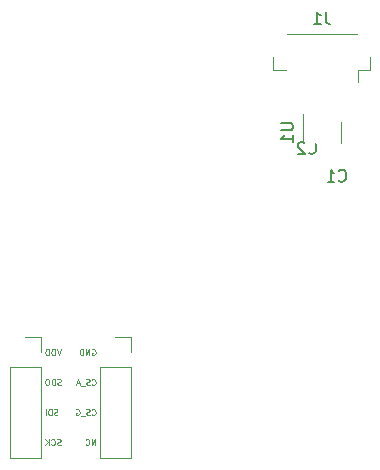
<source format=gbo>
G04 #@! TF.GenerationSoftware,KiCad,Pcbnew,(5.1.4)-1*
G04 #@! TF.CreationDate,2021-07-20T22:26:21+09:00*
G04 #@! TF.ProjectId,UAV2021_ver3_panelizing,55415632-3032-4315-9f76-6572335f7061,rev?*
G04 #@! TF.SameCoordinates,Original*
G04 #@! TF.FileFunction,Legend,Bot*
G04 #@! TF.FilePolarity,Positive*
%FSLAX46Y46*%
G04 Gerber Fmt 4.6, Leading zero omitted, Abs format (unit mm)*
G04 Created by KiCad (PCBNEW (5.1.4)-1) date 2021-07-20 22:26:21*
%MOMM*%
%LPD*%
G04 APERTURE LIST*
%ADD10C,0.100000*%
%ADD11C,0.120000*%
%ADD12C,0.150000*%
%ADD13C,4.502000*%
%ADD14C,0.802000*%
%ADD15R,0.752000X1.162000*%
%ADD16O,1.802000X1.802000*%
%ADD17R,1.802000X1.802000*%
%ADD18C,0.702000*%
%ADD19C,1.302000*%
%ADD20C,0.692000*%
G04 APERTURE END LIST*
D10*
X-19463761Y-1028571D02*
X-19439952Y-1052380D01*
X-19368523Y-1076190D01*
X-19320904Y-1076190D01*
X-19249476Y-1052380D01*
X-19201857Y-1004761D01*
X-19178047Y-957142D01*
X-19154238Y-861904D01*
X-19154238Y-790476D01*
X-19178047Y-695238D01*
X-19201857Y-647619D01*
X-19249476Y-600000D01*
X-19320904Y-576190D01*
X-19368523Y-576190D01*
X-19439952Y-600000D01*
X-19463761Y-623809D01*
X-19654238Y-1052380D02*
X-19725666Y-1076190D01*
X-19844714Y-1076190D01*
X-19892333Y-1052380D01*
X-19916142Y-1028571D01*
X-19939952Y-980952D01*
X-19939952Y-933333D01*
X-19916142Y-885714D01*
X-19892333Y-861904D01*
X-19844714Y-838095D01*
X-19749476Y-814285D01*
X-19701857Y-790476D01*
X-19678047Y-766666D01*
X-19654238Y-719047D01*
X-19654238Y-671428D01*
X-19678047Y-623809D01*
X-19701857Y-600000D01*
X-19749476Y-576190D01*
X-19868523Y-576190D01*
X-19939952Y-600000D01*
X-20035190Y-1123809D02*
X-20416142Y-1123809D01*
X-20797095Y-600000D02*
X-20749476Y-576190D01*
X-20678047Y-576190D01*
X-20606619Y-600000D01*
X-20559000Y-647619D01*
X-20535190Y-695238D01*
X-20511380Y-790476D01*
X-20511380Y-861904D01*
X-20535190Y-957142D01*
X-20559000Y-1004761D01*
X-20606619Y-1052380D01*
X-20678047Y-1076190D01*
X-20725666Y-1076190D01*
X-20797095Y-1052380D01*
X-20820904Y-1028571D01*
X-20820904Y-861904D01*
X-20725666Y-861904D01*
X-19463761Y1511428D02*
X-19439952Y1487619D01*
X-19368523Y1463809D01*
X-19320904Y1463809D01*
X-19249476Y1487619D01*
X-19201857Y1535238D01*
X-19178047Y1582857D01*
X-19154238Y1678095D01*
X-19154238Y1749523D01*
X-19178047Y1844761D01*
X-19201857Y1892380D01*
X-19249476Y1940000D01*
X-19320904Y1963809D01*
X-19368523Y1963809D01*
X-19439952Y1940000D01*
X-19463761Y1916190D01*
X-19654238Y1487619D02*
X-19725666Y1463809D01*
X-19844714Y1463809D01*
X-19892333Y1487619D01*
X-19916142Y1511428D01*
X-19939952Y1559047D01*
X-19939952Y1606666D01*
X-19916142Y1654285D01*
X-19892333Y1678095D01*
X-19844714Y1701904D01*
X-19749476Y1725714D01*
X-19701857Y1749523D01*
X-19678047Y1773333D01*
X-19654238Y1820952D01*
X-19654238Y1868571D01*
X-19678047Y1916190D01*
X-19701857Y1940000D01*
X-19749476Y1963809D01*
X-19868523Y1963809D01*
X-19939952Y1940000D01*
X-20035190Y1416190D02*
X-20416142Y1416190D01*
X-20511380Y1606666D02*
X-20749476Y1606666D01*
X-20463761Y1463809D02*
X-20630428Y1963809D01*
X-20797095Y1463809D01*
X-22096238Y1487619D02*
X-22167666Y1463809D01*
X-22286714Y1463809D01*
X-22334333Y1487619D01*
X-22358142Y1511428D01*
X-22381952Y1559047D01*
X-22381952Y1606666D01*
X-22358142Y1654285D01*
X-22334333Y1678095D01*
X-22286714Y1701904D01*
X-22191476Y1725714D01*
X-22143857Y1749523D01*
X-22120047Y1773333D01*
X-22096238Y1820952D01*
X-22096238Y1868571D01*
X-22120047Y1916190D01*
X-22143857Y1940000D01*
X-22191476Y1963809D01*
X-22310523Y1963809D01*
X-22381952Y1940000D01*
X-22596238Y1463809D02*
X-22596238Y1963809D01*
X-22715285Y1963809D01*
X-22786714Y1940000D01*
X-22834333Y1892380D01*
X-22858142Y1844761D01*
X-22881952Y1749523D01*
X-22881952Y1678095D01*
X-22858142Y1582857D01*
X-22834333Y1535238D01*
X-22786714Y1487619D01*
X-22715285Y1463809D01*
X-22596238Y1463809D01*
X-23191476Y1963809D02*
X-23286714Y1963809D01*
X-23334333Y1940000D01*
X-23381952Y1892380D01*
X-23405761Y1797142D01*
X-23405761Y1630476D01*
X-23381952Y1535238D01*
X-23334333Y1487619D01*
X-23286714Y1463809D01*
X-23191476Y1463809D01*
X-23143857Y1487619D01*
X-23096238Y1535238D01*
X-23072428Y1630476D01*
X-23072428Y1797142D01*
X-23096238Y1892380D01*
X-23143857Y1940000D01*
X-23191476Y1963809D01*
X-22120047Y-3592380D02*
X-22191476Y-3616190D01*
X-22310523Y-3616190D01*
X-22358142Y-3592380D01*
X-22381952Y-3568571D01*
X-22405761Y-3520952D01*
X-22405761Y-3473333D01*
X-22381952Y-3425714D01*
X-22358142Y-3401904D01*
X-22310523Y-3378095D01*
X-22215285Y-3354285D01*
X-22167666Y-3330476D01*
X-22143857Y-3306666D01*
X-22120047Y-3259047D01*
X-22120047Y-3211428D01*
X-22143857Y-3163809D01*
X-22167666Y-3140000D01*
X-22215285Y-3116190D01*
X-22334333Y-3116190D01*
X-22405761Y-3140000D01*
X-22905761Y-3568571D02*
X-22881952Y-3592380D01*
X-22810523Y-3616190D01*
X-22762904Y-3616190D01*
X-22691476Y-3592380D01*
X-22643857Y-3544761D01*
X-22620047Y-3497142D01*
X-22596238Y-3401904D01*
X-22596238Y-3330476D01*
X-22620047Y-3235238D01*
X-22643857Y-3187619D01*
X-22691476Y-3140000D01*
X-22762904Y-3116190D01*
X-22810523Y-3116190D01*
X-22881952Y-3140000D01*
X-22905761Y-3163809D01*
X-23120047Y-3616190D02*
X-23120047Y-3116190D01*
X-23405761Y-3616190D02*
X-23191476Y-3330476D01*
X-23405761Y-3116190D02*
X-23120047Y-3401904D01*
X-22381952Y-1052380D02*
X-22453380Y-1076190D01*
X-22572428Y-1076190D01*
X-22620047Y-1052380D01*
X-22643857Y-1028571D01*
X-22667666Y-980952D01*
X-22667666Y-933333D01*
X-22643857Y-885714D01*
X-22620047Y-861904D01*
X-22572428Y-838095D01*
X-22477190Y-814285D01*
X-22429571Y-790476D01*
X-22405761Y-766666D01*
X-22381952Y-719047D01*
X-22381952Y-671428D01*
X-22405761Y-623809D01*
X-22429571Y-600000D01*
X-22477190Y-576190D01*
X-22596238Y-576190D01*
X-22667666Y-600000D01*
X-22881952Y-1076190D02*
X-22881952Y-576190D01*
X-23001000Y-576190D01*
X-23072428Y-600000D01*
X-23120047Y-647619D01*
X-23143857Y-695238D01*
X-23167666Y-790476D01*
X-23167666Y-861904D01*
X-23143857Y-957142D01*
X-23120047Y-1004761D01*
X-23072428Y-1052380D01*
X-23001000Y-1076190D01*
X-22881952Y-1076190D01*
X-23381952Y-1076190D02*
X-23381952Y-576190D01*
X-19178047Y-3616190D02*
X-19178047Y-3116190D01*
X-19463761Y-3616190D01*
X-19463761Y-3116190D01*
X-19987571Y-3568571D02*
X-19963761Y-3592380D01*
X-19892333Y-3616190D01*
X-19844714Y-3616190D01*
X-19773285Y-3592380D01*
X-19725666Y-3544761D01*
X-19701857Y-3497142D01*
X-19678047Y-3401904D01*
X-19678047Y-3330476D01*
X-19701857Y-3235238D01*
X-19725666Y-3187619D01*
X-19773285Y-3140000D01*
X-19844714Y-3116190D01*
X-19892333Y-3116190D01*
X-19963761Y-3140000D01*
X-19987571Y-3163809D01*
X-19439952Y4480000D02*
X-19392333Y4503809D01*
X-19320904Y4503809D01*
X-19249476Y4480000D01*
X-19201857Y4432380D01*
X-19178047Y4384761D01*
X-19154238Y4289523D01*
X-19154238Y4218095D01*
X-19178047Y4122857D01*
X-19201857Y4075238D01*
X-19249476Y4027619D01*
X-19320904Y4003809D01*
X-19368523Y4003809D01*
X-19439952Y4027619D01*
X-19463761Y4051428D01*
X-19463761Y4218095D01*
X-19368523Y4218095D01*
X-19678047Y4003809D02*
X-19678047Y4503809D01*
X-19963761Y4003809D01*
X-19963761Y4503809D01*
X-20201857Y4003809D02*
X-20201857Y4503809D01*
X-20320904Y4503809D01*
X-20392333Y4480000D01*
X-20439952Y4432380D01*
X-20463761Y4384761D01*
X-20487571Y4289523D01*
X-20487571Y4218095D01*
X-20463761Y4122857D01*
X-20439952Y4075238D01*
X-20392333Y4027619D01*
X-20320904Y4003809D01*
X-20201857Y4003809D01*
X-22120047Y4503809D02*
X-22286714Y4003809D01*
X-22453380Y4503809D01*
X-22620047Y4003809D02*
X-22620047Y4503809D01*
X-22739095Y4503809D01*
X-22810523Y4480000D01*
X-22858142Y4432380D01*
X-22881952Y4384761D01*
X-22905761Y4289523D01*
X-22905761Y4218095D01*
X-22881952Y4122857D01*
X-22858142Y4075238D01*
X-22810523Y4027619D01*
X-22739095Y4003809D01*
X-22620047Y4003809D01*
X-23120047Y4003809D02*
X-23120047Y4503809D01*
X-23239095Y4503809D01*
X-23310523Y4480000D01*
X-23358142Y4432380D01*
X-23381952Y4384761D01*
X-23405761Y4289523D01*
X-23405761Y4218095D01*
X-23381952Y4122857D01*
X-23358142Y4075238D01*
X-23310523Y4027619D01*
X-23239095Y4003809D01*
X-23120047Y4003809D01*
D11*
X1610000Y23760000D02*
X1610000Y21960000D01*
X-1610000Y21960000D02*
X-1610000Y24410000D01*
X4110000Y29250000D02*
X4110000Y28100000D01*
X4110000Y28100000D02*
X3060000Y28100000D01*
X3060000Y28100000D02*
X3060000Y27110000D01*
X-4110000Y29250000D02*
X-4110000Y28100000D01*
X-4110000Y28100000D02*
X-3060000Y28100000D01*
X2940000Y31220000D02*
X-2940000Y31220000D01*
X-16140000Y5560000D02*
X-17470000Y5560000D01*
X-16140000Y4230000D02*
X-16140000Y5560000D01*
X-16140000Y2960000D02*
X-18800000Y2960000D01*
X-18800000Y2960000D02*
X-18800000Y-4720000D01*
X-16140000Y2960000D02*
X-16140000Y-4720000D01*
X-16140000Y-4720000D02*
X-18800000Y-4720000D01*
X-23760000Y5560000D02*
X-25090000Y5560000D01*
X-23760000Y4230000D02*
X-23760000Y5560000D01*
X-23760000Y2960000D02*
X-26420000Y2960000D01*
X-26420000Y2960000D02*
X-26420000Y-4720000D01*
X-23760000Y2960000D02*
X-23760000Y-4720000D01*
X-23760000Y-4720000D02*
X-26420000Y-4720000D01*
D12*
X-3447619Y23621904D02*
X-2638095Y23621904D01*
X-2542857Y23574285D01*
X-2495238Y23526666D01*
X-2447619Y23431428D01*
X-2447619Y23240952D01*
X-2495238Y23145714D01*
X-2542857Y23098095D01*
X-2638095Y23050476D01*
X-3447619Y23050476D01*
X-2447619Y22050476D02*
X-2447619Y22621904D01*
X-2447619Y22336190D02*
X-3447619Y22336190D01*
X-3304761Y22431428D01*
X-3209523Y22526666D01*
X-3161904Y22621904D01*
X333333Y33057619D02*
X333333Y32343333D01*
X380952Y32200476D01*
X476190Y32105238D01*
X619047Y32057619D01*
X714285Y32057619D01*
X-666666Y32057619D02*
X-95238Y32057619D01*
X-380952Y32057619D02*
X-380952Y33057619D01*
X-285714Y32914761D01*
X-190476Y32819523D01*
X-95238Y32771904D01*
X-1103333Y21132857D02*
X-1055714Y21085238D01*
X-912857Y21037619D01*
X-817619Y21037619D01*
X-674761Y21085238D01*
X-579523Y21180476D01*
X-531904Y21275714D01*
X-484285Y21466190D01*
X-484285Y21609047D01*
X-531904Y21799523D01*
X-579523Y21894761D01*
X-674761Y21990000D01*
X-817619Y22037619D01*
X-912857Y22037619D01*
X-1055714Y21990000D01*
X-1103333Y21942380D01*
X-1484285Y21942380D02*
X-1531904Y21990000D01*
X-1627142Y22037619D01*
X-1865238Y22037619D01*
X-1960476Y21990000D01*
X-2008095Y21942380D01*
X-2055714Y21847142D01*
X-2055714Y21751904D01*
X-2008095Y21609047D01*
X-1436666Y21037619D01*
X-2055714Y21037619D01*
X1436666Y18792857D02*
X1484285Y18745238D01*
X1627142Y18697619D01*
X1722380Y18697619D01*
X1865238Y18745238D01*
X1960476Y18840476D01*
X2008095Y18935714D01*
X2055714Y19126190D01*
X2055714Y19269047D01*
X2008095Y19459523D01*
X1960476Y19554761D01*
X1865238Y19650000D01*
X1722380Y19697619D01*
X1627142Y19697619D01*
X1484285Y19650000D01*
X1436666Y19602380D01*
X484285Y18697619D02*
X1055714Y18697619D01*
X770000Y18697619D02*
X770000Y19697619D01*
X865238Y19554761D01*
X960476Y19459523D01*
X1055714Y19411904D01*
%LPC*%
D13*
X-3500000Y-33000000D03*
D14*
X-1850000Y-33000000D03*
X-2333274Y-34166726D03*
X-3500000Y-34650000D03*
X-4666726Y-34166726D03*
X-5150000Y-33000000D03*
X-4666726Y-31833274D03*
X-3500000Y-31350000D03*
X-2333274Y-31833274D03*
D13*
X3500000Y-33000000D03*
D14*
X5150000Y-33000000D03*
X4666726Y-34166726D03*
X3500000Y-34650000D03*
X2333274Y-34166726D03*
X1850000Y-33000000D03*
X2333274Y-31833274D03*
X3500000Y-31350000D03*
X4666726Y-31833274D03*
D15*
X-950000Y23960000D03*
X0Y23960000D03*
X950000Y23960000D03*
X950000Y21760000D03*
X-950000Y21760000D03*
D16*
X-12700000Y-29210000D03*
X-12700000Y-26670000D03*
X-12700000Y-24130000D03*
X-12700000Y-21590000D03*
X-12700000Y-19050000D03*
D17*
X-12700000Y-16510000D03*
X12700000Y-16510000D03*
D16*
X12700000Y-19050000D03*
X12700000Y-21590000D03*
X12700000Y-24130000D03*
X12700000Y-26670000D03*
X12700000Y-29210000D03*
D17*
X-12700000Y29210000D03*
D16*
X-12700000Y26670000D03*
X-12700000Y24130000D03*
X-12700000Y21590000D03*
X-12700000Y19050000D03*
X-12700000Y16510000D03*
X12700000Y16510000D03*
X12700000Y19050000D03*
X12700000Y21590000D03*
X12700000Y24130000D03*
X12700000Y26670000D03*
D17*
X12700000Y29210000D03*
X-12700000Y2540000D03*
D16*
X-12700000Y0D03*
X-12700000Y-2540000D03*
D10*
G36*
X2692702Y28710155D02*
G01*
X2709738Y28707628D01*
X2726445Y28703443D01*
X2742661Y28697641D01*
X2758230Y28690277D01*
X2773003Y28681423D01*
X2786836Y28671163D01*
X2799597Y28659597D01*
X2811163Y28646836D01*
X2821423Y28633003D01*
X2830277Y28618230D01*
X2837641Y28602661D01*
X2843443Y28586445D01*
X2847628Y28569738D01*
X2850155Y28552702D01*
X2851000Y28535500D01*
X2851000Y27234500D01*
X2850155Y27217298D01*
X2847628Y27200262D01*
X2843443Y27183555D01*
X2837641Y27167339D01*
X2830277Y27151770D01*
X2821423Y27136997D01*
X2811163Y27123164D01*
X2799597Y27110403D01*
X2786836Y27098837D01*
X2773003Y27088577D01*
X2758230Y27079723D01*
X2742661Y27072359D01*
X2726445Y27066557D01*
X2709738Y27062372D01*
X2692702Y27059845D01*
X2675500Y27059000D01*
X2324500Y27059000D01*
X2307298Y27059845D01*
X2290262Y27062372D01*
X2273555Y27066557D01*
X2257339Y27072359D01*
X2241770Y27079723D01*
X2226997Y27088577D01*
X2213164Y27098837D01*
X2200403Y27110403D01*
X2188837Y27123164D01*
X2178577Y27136997D01*
X2169723Y27151770D01*
X2162359Y27167339D01*
X2156557Y27183555D01*
X2152372Y27200262D01*
X2149845Y27217298D01*
X2149000Y27234500D01*
X2149000Y28535500D01*
X2149845Y28552702D01*
X2152372Y28569738D01*
X2156557Y28586445D01*
X2162359Y28602661D01*
X2169723Y28618230D01*
X2178577Y28633003D01*
X2188837Y28646836D01*
X2200403Y28659597D01*
X2213164Y28671163D01*
X2226997Y28681423D01*
X2241770Y28690277D01*
X2257339Y28697641D01*
X2273555Y28703443D01*
X2290262Y28707628D01*
X2307298Y28710155D01*
X2324500Y28711000D01*
X2675500Y28711000D01*
X2692702Y28710155D01*
X2692702Y28710155D01*
G37*
D18*
X2500000Y27885000D03*
D10*
G36*
X1692702Y28710155D02*
G01*
X1709738Y28707628D01*
X1726445Y28703443D01*
X1742661Y28697641D01*
X1758230Y28690277D01*
X1773003Y28681423D01*
X1786836Y28671163D01*
X1799597Y28659597D01*
X1811163Y28646836D01*
X1821423Y28633003D01*
X1830277Y28618230D01*
X1837641Y28602661D01*
X1843443Y28586445D01*
X1847628Y28569738D01*
X1850155Y28552702D01*
X1851000Y28535500D01*
X1851000Y27234500D01*
X1850155Y27217298D01*
X1847628Y27200262D01*
X1843443Y27183555D01*
X1837641Y27167339D01*
X1830277Y27151770D01*
X1821423Y27136997D01*
X1811163Y27123164D01*
X1799597Y27110403D01*
X1786836Y27098837D01*
X1773003Y27088577D01*
X1758230Y27079723D01*
X1742661Y27072359D01*
X1726445Y27066557D01*
X1709738Y27062372D01*
X1692702Y27059845D01*
X1675500Y27059000D01*
X1324500Y27059000D01*
X1307298Y27059845D01*
X1290262Y27062372D01*
X1273555Y27066557D01*
X1257339Y27072359D01*
X1241770Y27079723D01*
X1226997Y27088577D01*
X1213164Y27098837D01*
X1200403Y27110403D01*
X1188837Y27123164D01*
X1178577Y27136997D01*
X1169723Y27151770D01*
X1162359Y27167339D01*
X1156557Y27183555D01*
X1152372Y27200262D01*
X1149845Y27217298D01*
X1149000Y27234500D01*
X1149000Y28535500D01*
X1149845Y28552702D01*
X1152372Y28569738D01*
X1156557Y28586445D01*
X1162359Y28602661D01*
X1169723Y28618230D01*
X1178577Y28633003D01*
X1188837Y28646836D01*
X1200403Y28659597D01*
X1213164Y28671163D01*
X1226997Y28681423D01*
X1241770Y28690277D01*
X1257339Y28697641D01*
X1273555Y28703443D01*
X1290262Y28707628D01*
X1307298Y28710155D01*
X1324500Y28711000D01*
X1675500Y28711000D01*
X1692702Y28710155D01*
X1692702Y28710155D01*
G37*
D18*
X1500000Y27885000D03*
D10*
G36*
X692702Y28710155D02*
G01*
X709738Y28707628D01*
X726445Y28703443D01*
X742661Y28697641D01*
X758230Y28690277D01*
X773003Y28681423D01*
X786836Y28671163D01*
X799597Y28659597D01*
X811163Y28646836D01*
X821423Y28633003D01*
X830277Y28618230D01*
X837641Y28602661D01*
X843443Y28586445D01*
X847628Y28569738D01*
X850155Y28552702D01*
X851000Y28535500D01*
X851000Y27234500D01*
X850155Y27217298D01*
X847628Y27200262D01*
X843443Y27183555D01*
X837641Y27167339D01*
X830277Y27151770D01*
X821423Y27136997D01*
X811163Y27123164D01*
X799597Y27110403D01*
X786836Y27098837D01*
X773003Y27088577D01*
X758230Y27079723D01*
X742661Y27072359D01*
X726445Y27066557D01*
X709738Y27062372D01*
X692702Y27059845D01*
X675500Y27059000D01*
X324500Y27059000D01*
X307298Y27059845D01*
X290262Y27062372D01*
X273555Y27066557D01*
X257339Y27072359D01*
X241770Y27079723D01*
X226997Y27088577D01*
X213164Y27098837D01*
X200403Y27110403D01*
X188837Y27123164D01*
X178577Y27136997D01*
X169723Y27151770D01*
X162359Y27167339D01*
X156557Y27183555D01*
X152372Y27200262D01*
X149845Y27217298D01*
X149000Y27234500D01*
X149000Y28535500D01*
X149845Y28552702D01*
X152372Y28569738D01*
X156557Y28586445D01*
X162359Y28602661D01*
X169723Y28618230D01*
X178577Y28633003D01*
X188837Y28646836D01*
X200403Y28659597D01*
X213164Y28671163D01*
X226997Y28681423D01*
X241770Y28690277D01*
X257339Y28697641D01*
X273555Y28703443D01*
X290262Y28707628D01*
X307298Y28710155D01*
X324500Y28711000D01*
X675500Y28711000D01*
X692702Y28710155D01*
X692702Y28710155D01*
G37*
D18*
X500000Y27885000D03*
D10*
G36*
X-307298Y28710155D02*
G01*
X-290262Y28707628D01*
X-273555Y28703443D01*
X-257339Y28697641D01*
X-241770Y28690277D01*
X-226997Y28681423D01*
X-213164Y28671163D01*
X-200403Y28659597D01*
X-188837Y28646836D01*
X-178577Y28633003D01*
X-169723Y28618230D01*
X-162359Y28602661D01*
X-156557Y28586445D01*
X-152372Y28569738D01*
X-149845Y28552702D01*
X-149000Y28535500D01*
X-149000Y27234500D01*
X-149845Y27217298D01*
X-152372Y27200262D01*
X-156557Y27183555D01*
X-162359Y27167339D01*
X-169723Y27151770D01*
X-178577Y27136997D01*
X-188837Y27123164D01*
X-200403Y27110403D01*
X-213164Y27098837D01*
X-226997Y27088577D01*
X-241770Y27079723D01*
X-257339Y27072359D01*
X-273555Y27066557D01*
X-290262Y27062372D01*
X-307298Y27059845D01*
X-324500Y27059000D01*
X-675500Y27059000D01*
X-692702Y27059845D01*
X-709738Y27062372D01*
X-726445Y27066557D01*
X-742661Y27072359D01*
X-758230Y27079723D01*
X-773003Y27088577D01*
X-786836Y27098837D01*
X-799597Y27110403D01*
X-811163Y27123164D01*
X-821423Y27136997D01*
X-830277Y27151770D01*
X-837641Y27167339D01*
X-843443Y27183555D01*
X-847628Y27200262D01*
X-850155Y27217298D01*
X-851000Y27234500D01*
X-851000Y28535500D01*
X-850155Y28552702D01*
X-847628Y28569738D01*
X-843443Y28586445D01*
X-837641Y28602661D01*
X-830277Y28618230D01*
X-821423Y28633003D01*
X-811163Y28646836D01*
X-799597Y28659597D01*
X-786836Y28671163D01*
X-773003Y28681423D01*
X-758230Y28690277D01*
X-742661Y28697641D01*
X-726445Y28703443D01*
X-709738Y28707628D01*
X-692702Y28710155D01*
X-675500Y28711000D01*
X-324500Y28711000D01*
X-307298Y28710155D01*
X-307298Y28710155D01*
G37*
D18*
X-500000Y27885000D03*
D10*
G36*
X-1307298Y28710155D02*
G01*
X-1290262Y28707628D01*
X-1273555Y28703443D01*
X-1257339Y28697641D01*
X-1241770Y28690277D01*
X-1226997Y28681423D01*
X-1213164Y28671163D01*
X-1200403Y28659597D01*
X-1188837Y28646836D01*
X-1178577Y28633003D01*
X-1169723Y28618230D01*
X-1162359Y28602661D01*
X-1156557Y28586445D01*
X-1152372Y28569738D01*
X-1149845Y28552702D01*
X-1149000Y28535500D01*
X-1149000Y27234500D01*
X-1149845Y27217298D01*
X-1152372Y27200262D01*
X-1156557Y27183555D01*
X-1162359Y27167339D01*
X-1169723Y27151770D01*
X-1178577Y27136997D01*
X-1188837Y27123164D01*
X-1200403Y27110403D01*
X-1213164Y27098837D01*
X-1226997Y27088577D01*
X-1241770Y27079723D01*
X-1257339Y27072359D01*
X-1273555Y27066557D01*
X-1290262Y27062372D01*
X-1307298Y27059845D01*
X-1324500Y27059000D01*
X-1675500Y27059000D01*
X-1692702Y27059845D01*
X-1709738Y27062372D01*
X-1726445Y27066557D01*
X-1742661Y27072359D01*
X-1758230Y27079723D01*
X-1773003Y27088577D01*
X-1786836Y27098837D01*
X-1799597Y27110403D01*
X-1811163Y27123164D01*
X-1821423Y27136997D01*
X-1830277Y27151770D01*
X-1837641Y27167339D01*
X-1843443Y27183555D01*
X-1847628Y27200262D01*
X-1850155Y27217298D01*
X-1851000Y27234500D01*
X-1851000Y28535500D01*
X-1850155Y28552702D01*
X-1847628Y28569738D01*
X-1843443Y28586445D01*
X-1837641Y28602661D01*
X-1830277Y28618230D01*
X-1821423Y28633003D01*
X-1811163Y28646836D01*
X-1799597Y28659597D01*
X-1786836Y28671163D01*
X-1773003Y28681423D01*
X-1758230Y28690277D01*
X-1742661Y28697641D01*
X-1726445Y28703443D01*
X-1709738Y28707628D01*
X-1692702Y28710155D01*
X-1675500Y28711000D01*
X-1324500Y28711000D01*
X-1307298Y28710155D01*
X-1307298Y28710155D01*
G37*
D18*
X-1500000Y27885000D03*
D10*
G36*
X-2307298Y28710155D02*
G01*
X-2290262Y28707628D01*
X-2273555Y28703443D01*
X-2257339Y28697641D01*
X-2241770Y28690277D01*
X-2226997Y28681423D01*
X-2213164Y28671163D01*
X-2200403Y28659597D01*
X-2188837Y28646836D01*
X-2178577Y28633003D01*
X-2169723Y28618230D01*
X-2162359Y28602661D01*
X-2156557Y28586445D01*
X-2152372Y28569738D01*
X-2149845Y28552702D01*
X-2149000Y28535500D01*
X-2149000Y27234500D01*
X-2149845Y27217298D01*
X-2152372Y27200262D01*
X-2156557Y27183555D01*
X-2162359Y27167339D01*
X-2169723Y27151770D01*
X-2178577Y27136997D01*
X-2188837Y27123164D01*
X-2200403Y27110403D01*
X-2213164Y27098837D01*
X-2226997Y27088577D01*
X-2241770Y27079723D01*
X-2257339Y27072359D01*
X-2273555Y27066557D01*
X-2290262Y27062372D01*
X-2307298Y27059845D01*
X-2324500Y27059000D01*
X-2675500Y27059000D01*
X-2692702Y27059845D01*
X-2709738Y27062372D01*
X-2726445Y27066557D01*
X-2742661Y27072359D01*
X-2758230Y27079723D01*
X-2773003Y27088577D01*
X-2786836Y27098837D01*
X-2799597Y27110403D01*
X-2811163Y27123164D01*
X-2821423Y27136997D01*
X-2830277Y27151770D01*
X-2837641Y27167339D01*
X-2843443Y27183555D01*
X-2847628Y27200262D01*
X-2850155Y27217298D01*
X-2851000Y27234500D01*
X-2851000Y28535500D01*
X-2850155Y28552702D01*
X-2847628Y28569738D01*
X-2843443Y28586445D01*
X-2837641Y28602661D01*
X-2830277Y28618230D01*
X-2821423Y28633003D01*
X-2811163Y28646836D01*
X-2799597Y28659597D01*
X-2786836Y28671163D01*
X-2773003Y28681423D01*
X-2758230Y28690277D01*
X-2742661Y28697641D01*
X-2726445Y28703443D01*
X-2709738Y28707628D01*
X-2692702Y28710155D01*
X-2675500Y28711000D01*
X-2324500Y28711000D01*
X-2307298Y28710155D01*
X-2307298Y28710155D01*
G37*
D18*
X-2500000Y27885000D03*
D10*
G36*
X4206338Y31359694D02*
G01*
X4232669Y31355788D01*
X4258490Y31349320D01*
X4283553Y31340352D01*
X4307617Y31328971D01*
X4330449Y31315286D01*
X4351830Y31299429D01*
X4371553Y31281553D01*
X4389429Y31261830D01*
X4405286Y31240449D01*
X4418971Y31217617D01*
X4430352Y31193553D01*
X4439320Y31168490D01*
X4445788Y31142669D01*
X4449694Y31116338D01*
X4451000Y31089751D01*
X4451000Y29730249D01*
X4449694Y29703662D01*
X4445788Y29677331D01*
X4439320Y29651510D01*
X4430352Y29626447D01*
X4418971Y29602383D01*
X4405286Y29579551D01*
X4389429Y29558170D01*
X4371553Y29538447D01*
X4351830Y29520571D01*
X4330449Y29504714D01*
X4307617Y29491029D01*
X4283553Y29479648D01*
X4258490Y29470680D01*
X4232669Y29464212D01*
X4206338Y29460306D01*
X4179751Y29459000D01*
X3420249Y29459000D01*
X3393662Y29460306D01*
X3367331Y29464212D01*
X3341510Y29470680D01*
X3316447Y29479648D01*
X3292383Y29491029D01*
X3269551Y29504714D01*
X3248170Y29520571D01*
X3228447Y29538447D01*
X3210571Y29558170D01*
X3194714Y29579551D01*
X3181029Y29602383D01*
X3169648Y29626447D01*
X3160680Y29651510D01*
X3154212Y29677331D01*
X3150306Y29703662D01*
X3149000Y29730249D01*
X3149000Y31089751D01*
X3150306Y31116338D01*
X3154212Y31142669D01*
X3160680Y31168490D01*
X3169648Y31193553D01*
X3181029Y31217617D01*
X3194714Y31240449D01*
X3210571Y31261830D01*
X3228447Y31281553D01*
X3248170Y31299429D01*
X3269551Y31315286D01*
X3292383Y31328971D01*
X3316447Y31340352D01*
X3341510Y31349320D01*
X3367331Y31355788D01*
X3393662Y31359694D01*
X3420249Y31361000D01*
X4179751Y31361000D01*
X4206338Y31359694D01*
X4206338Y31359694D01*
G37*
D19*
X3800000Y30410000D03*
D10*
G36*
X-3393662Y31359694D02*
G01*
X-3367331Y31355788D01*
X-3341510Y31349320D01*
X-3316447Y31340352D01*
X-3292383Y31328971D01*
X-3269551Y31315286D01*
X-3248170Y31299429D01*
X-3228447Y31281553D01*
X-3210571Y31261830D01*
X-3194714Y31240449D01*
X-3181029Y31217617D01*
X-3169648Y31193553D01*
X-3160680Y31168490D01*
X-3154212Y31142669D01*
X-3150306Y31116338D01*
X-3149000Y31089751D01*
X-3149000Y29730249D01*
X-3150306Y29703662D01*
X-3154212Y29677331D01*
X-3160680Y29651510D01*
X-3169648Y29626447D01*
X-3181029Y29602383D01*
X-3194714Y29579551D01*
X-3210571Y29558170D01*
X-3228447Y29538447D01*
X-3248170Y29520571D01*
X-3269551Y29504714D01*
X-3292383Y29491029D01*
X-3316447Y29479648D01*
X-3341510Y29470680D01*
X-3367331Y29464212D01*
X-3393662Y29460306D01*
X-3420249Y29459000D01*
X-4179751Y29459000D01*
X-4206338Y29460306D01*
X-4232669Y29464212D01*
X-4258490Y29470680D01*
X-4283553Y29479648D01*
X-4307617Y29491029D01*
X-4330449Y29504714D01*
X-4351830Y29520571D01*
X-4371553Y29538447D01*
X-4389429Y29558170D01*
X-4405286Y29579551D01*
X-4418971Y29602383D01*
X-4430352Y29626447D01*
X-4439320Y29651510D01*
X-4445788Y29677331D01*
X-4449694Y29703662D01*
X-4451000Y29730249D01*
X-4451000Y31089751D01*
X-4449694Y31116338D01*
X-4445788Y31142669D01*
X-4439320Y31168490D01*
X-4430352Y31193553D01*
X-4418971Y31217617D01*
X-4405286Y31240449D01*
X-4389429Y31261830D01*
X-4371553Y31281553D01*
X-4351830Y31299429D01*
X-4330449Y31315286D01*
X-4307617Y31328971D01*
X-4283553Y31340352D01*
X-4258490Y31349320D01*
X-4232669Y31355788D01*
X-4206338Y31359694D01*
X-4179751Y31361000D01*
X-3420249Y31361000D01*
X-3393662Y31359694D01*
X-3393662Y31359694D01*
G37*
D19*
X-3800000Y30410000D03*
D10*
G36*
X-595043Y20690167D02*
G01*
X-578249Y20687676D01*
X-561781Y20683551D01*
X-545796Y20677831D01*
X-530448Y20670572D01*
X-515886Y20661844D01*
X-502250Y20651731D01*
X-489671Y20640329D01*
X-478269Y20627750D01*
X-468156Y20614114D01*
X-459428Y20599552D01*
X-452169Y20584204D01*
X-446449Y20568219D01*
X-442324Y20551751D01*
X-439833Y20534957D01*
X-439000Y20518000D01*
X-439000Y20122000D01*
X-439833Y20105043D01*
X-442324Y20088249D01*
X-446449Y20071781D01*
X-452169Y20055796D01*
X-459428Y20040448D01*
X-468156Y20025886D01*
X-478269Y20012250D01*
X-489671Y19999671D01*
X-502250Y19988269D01*
X-515886Y19978156D01*
X-530448Y19969428D01*
X-545796Y19962169D01*
X-561781Y19956449D01*
X-578249Y19952324D01*
X-595043Y19949833D01*
X-612000Y19949000D01*
X-958000Y19949000D01*
X-974957Y19949833D01*
X-991751Y19952324D01*
X-1008219Y19956449D01*
X-1024204Y19962169D01*
X-1039552Y19969428D01*
X-1054114Y19978156D01*
X-1067750Y19988269D01*
X-1080329Y19999671D01*
X-1091731Y20012250D01*
X-1101844Y20025886D01*
X-1110572Y20040448D01*
X-1117831Y20055796D01*
X-1123551Y20071781D01*
X-1127676Y20088249D01*
X-1130167Y20105043D01*
X-1131000Y20122000D01*
X-1131000Y20518000D01*
X-1130167Y20534957D01*
X-1127676Y20551751D01*
X-1123551Y20568219D01*
X-1117831Y20584204D01*
X-1110572Y20599552D01*
X-1101844Y20614114D01*
X-1091731Y20627750D01*
X-1080329Y20640329D01*
X-1067750Y20651731D01*
X-1054114Y20661844D01*
X-1039552Y20670572D01*
X-1024204Y20677831D01*
X-1008219Y20683551D01*
X-991751Y20687676D01*
X-974957Y20690167D01*
X-958000Y20691000D01*
X-612000Y20691000D01*
X-595043Y20690167D01*
X-595043Y20690167D01*
G37*
D20*
X-785000Y20320000D03*
D10*
G36*
X-1565043Y20690167D02*
G01*
X-1548249Y20687676D01*
X-1531781Y20683551D01*
X-1515796Y20677831D01*
X-1500448Y20670572D01*
X-1485886Y20661844D01*
X-1472250Y20651731D01*
X-1459671Y20640329D01*
X-1448269Y20627750D01*
X-1438156Y20614114D01*
X-1429428Y20599552D01*
X-1422169Y20584204D01*
X-1416449Y20568219D01*
X-1412324Y20551751D01*
X-1409833Y20534957D01*
X-1409000Y20518000D01*
X-1409000Y20122000D01*
X-1409833Y20105043D01*
X-1412324Y20088249D01*
X-1416449Y20071781D01*
X-1422169Y20055796D01*
X-1429428Y20040448D01*
X-1438156Y20025886D01*
X-1448269Y20012250D01*
X-1459671Y19999671D01*
X-1472250Y19988269D01*
X-1485886Y19978156D01*
X-1500448Y19969428D01*
X-1515796Y19962169D01*
X-1531781Y19956449D01*
X-1548249Y19952324D01*
X-1565043Y19949833D01*
X-1582000Y19949000D01*
X-1928000Y19949000D01*
X-1944957Y19949833D01*
X-1961751Y19952324D01*
X-1978219Y19956449D01*
X-1994204Y19962169D01*
X-2009552Y19969428D01*
X-2024114Y19978156D01*
X-2037750Y19988269D01*
X-2050329Y19999671D01*
X-2061731Y20012250D01*
X-2071844Y20025886D01*
X-2080572Y20040448D01*
X-2087831Y20055796D01*
X-2093551Y20071781D01*
X-2097676Y20088249D01*
X-2100167Y20105043D01*
X-2101000Y20122000D01*
X-2101000Y20518000D01*
X-2100167Y20534957D01*
X-2097676Y20551751D01*
X-2093551Y20568219D01*
X-2087831Y20584204D01*
X-2080572Y20599552D01*
X-2071844Y20614114D01*
X-2061731Y20627750D01*
X-2050329Y20640329D01*
X-2037750Y20651731D01*
X-2024114Y20661844D01*
X-2009552Y20670572D01*
X-1994204Y20677831D01*
X-1978219Y20683551D01*
X-1961751Y20687676D01*
X-1944957Y20690167D01*
X-1928000Y20691000D01*
X-1582000Y20691000D01*
X-1565043Y20690167D01*
X-1565043Y20690167D01*
G37*
D20*
X-1755000Y20320000D03*
D10*
G36*
X1944957Y20690167D02*
G01*
X1961751Y20687676D01*
X1978219Y20683551D01*
X1994204Y20677831D01*
X2009552Y20670572D01*
X2024114Y20661844D01*
X2037750Y20651731D01*
X2050329Y20640329D01*
X2061731Y20627750D01*
X2071844Y20614114D01*
X2080572Y20599552D01*
X2087831Y20584204D01*
X2093551Y20568219D01*
X2097676Y20551751D01*
X2100167Y20534957D01*
X2101000Y20518000D01*
X2101000Y20122000D01*
X2100167Y20105043D01*
X2097676Y20088249D01*
X2093551Y20071781D01*
X2087831Y20055796D01*
X2080572Y20040448D01*
X2071844Y20025886D01*
X2061731Y20012250D01*
X2050329Y19999671D01*
X2037750Y19988269D01*
X2024114Y19978156D01*
X2009552Y19969428D01*
X1994204Y19962169D01*
X1978219Y19956449D01*
X1961751Y19952324D01*
X1944957Y19949833D01*
X1928000Y19949000D01*
X1582000Y19949000D01*
X1565043Y19949833D01*
X1548249Y19952324D01*
X1531781Y19956449D01*
X1515796Y19962169D01*
X1500448Y19969428D01*
X1485886Y19978156D01*
X1472250Y19988269D01*
X1459671Y19999671D01*
X1448269Y20012250D01*
X1438156Y20025886D01*
X1429428Y20040448D01*
X1422169Y20055796D01*
X1416449Y20071781D01*
X1412324Y20088249D01*
X1409833Y20105043D01*
X1409000Y20122000D01*
X1409000Y20518000D01*
X1409833Y20534957D01*
X1412324Y20551751D01*
X1416449Y20568219D01*
X1422169Y20584204D01*
X1429428Y20599552D01*
X1438156Y20614114D01*
X1448269Y20627750D01*
X1459671Y20640329D01*
X1472250Y20651731D01*
X1485886Y20661844D01*
X1500448Y20670572D01*
X1515796Y20677831D01*
X1531781Y20683551D01*
X1548249Y20687676D01*
X1565043Y20690167D01*
X1582000Y20691000D01*
X1928000Y20691000D01*
X1944957Y20690167D01*
X1944957Y20690167D01*
G37*
D20*
X1755000Y20320000D03*
D10*
G36*
X974957Y20690167D02*
G01*
X991751Y20687676D01*
X1008219Y20683551D01*
X1024204Y20677831D01*
X1039552Y20670572D01*
X1054114Y20661844D01*
X1067750Y20651731D01*
X1080329Y20640329D01*
X1091731Y20627750D01*
X1101844Y20614114D01*
X1110572Y20599552D01*
X1117831Y20584204D01*
X1123551Y20568219D01*
X1127676Y20551751D01*
X1130167Y20534957D01*
X1131000Y20518000D01*
X1131000Y20122000D01*
X1130167Y20105043D01*
X1127676Y20088249D01*
X1123551Y20071781D01*
X1117831Y20055796D01*
X1110572Y20040448D01*
X1101844Y20025886D01*
X1091731Y20012250D01*
X1080329Y19999671D01*
X1067750Y19988269D01*
X1054114Y19978156D01*
X1039552Y19969428D01*
X1024204Y19962169D01*
X1008219Y19956449D01*
X991751Y19952324D01*
X974957Y19949833D01*
X958000Y19949000D01*
X612000Y19949000D01*
X595043Y19949833D01*
X578249Y19952324D01*
X561781Y19956449D01*
X545796Y19962169D01*
X530448Y19969428D01*
X515886Y19978156D01*
X502250Y19988269D01*
X489671Y19999671D01*
X478269Y20012250D01*
X468156Y20025886D01*
X459428Y20040448D01*
X452169Y20055796D01*
X446449Y20071781D01*
X442324Y20088249D01*
X439833Y20105043D01*
X439000Y20122000D01*
X439000Y20518000D01*
X439833Y20534957D01*
X442324Y20551751D01*
X446449Y20568219D01*
X452169Y20584204D01*
X459428Y20599552D01*
X468156Y20614114D01*
X478269Y20627750D01*
X489671Y20640329D01*
X502250Y20651731D01*
X515886Y20661844D01*
X530448Y20670572D01*
X545796Y20677831D01*
X561781Y20683551D01*
X578249Y20687676D01*
X595043Y20690167D01*
X612000Y20691000D01*
X958000Y20691000D01*
X974957Y20690167D01*
X974957Y20690167D01*
G37*
D20*
X785000Y20320000D03*
D16*
X-17470000Y-3390000D03*
X-17470000Y-850000D03*
X-17470000Y1690000D03*
D17*
X-17470000Y4230000D03*
D16*
X-25090000Y-3390000D03*
X-25090000Y-850000D03*
X-25090000Y1690000D03*
D17*
X-25090000Y4230000D03*
M02*

</source>
